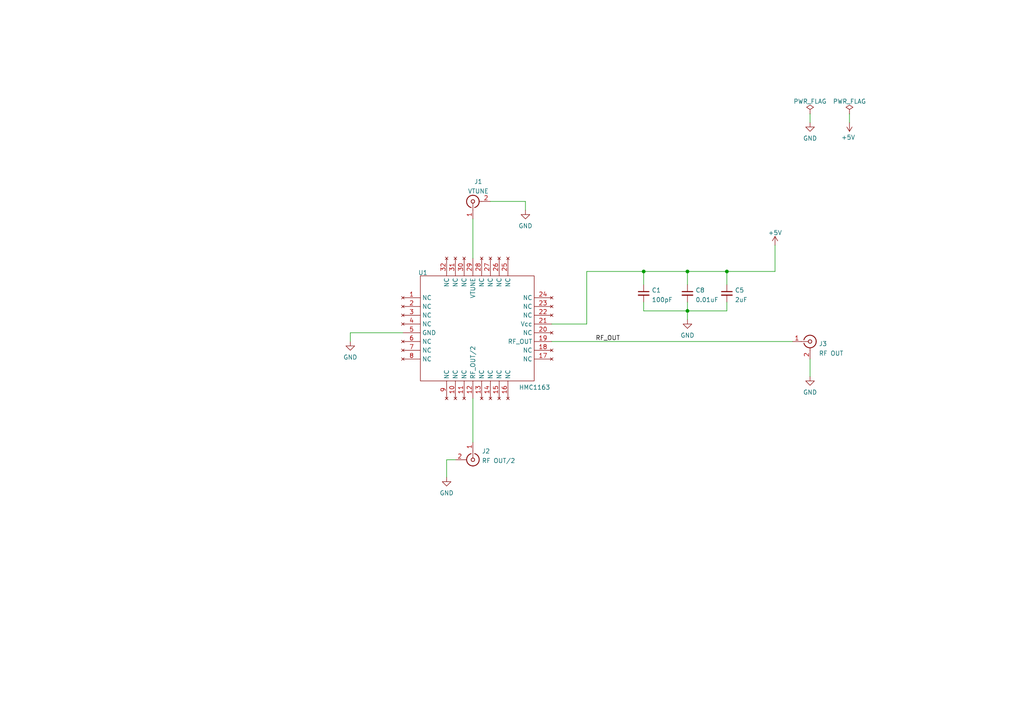
<source format=kicad_sch>
(kicad_sch (version 20210621) (generator eeschema)
  (paper "A4")
  (lib_symbols
    (symbol "Connector:Conn_Coaxial" (pin_names (offset 1.016) hide)
      (property "Reference" "J" (at 0.254 3.048 0))
      (property "Value" "Conn_Coaxial" (at 2.921 0 90))
      (symbol "Conn_Coaxial_0_1"
        (arc (start -1.778 -0.508) (mid 0.2311 -1.8066) (end 1.778 0) (stroke (width 0.254)))
        (polyline (pts (xy -2.54 0) (xy -0.508 0)))
        (polyline (pts (xy 0 -2.54) (xy 0 -1.778)))
        (circle (center 0 0) (radius 0.508) (stroke (width 0.2032)))
        (arc (start 1.778 0) (mid 0.2099 1.8101) (end -1.778 0.508) (stroke (width 0.254)))
      )
      (symbol "Conn_Coaxial_1_1"
        (pin passive line (at -5.08 0 0) (length 2.54) (name "In") (number "1"))
        (pin passive line (at 0 -5.08 90) (length 2.54) (name "Ext") (number "2"))
      )
    )
    (symbol "Device:C_Small" (pin_numbers hide) (pin_names (offset 0.254) hide)
      (property "Reference" "C" (at 0.254 1.778 0))
      (property "Value" "C_Small" (at 0.254 -2.032 0))
      (symbol "C_Small_0_1"
        (polyline (pts (xy -1.524 -0.508) (xy 1.524 -0.508)) (stroke (width 0.3302)))
        (polyline (pts (xy -1.524 0.508) (xy 1.524 0.508)) (stroke (width 0.3048)))
      )
      (symbol "C_Small_1_1"
        (pin passive line (at 0 2.54 270) (length 2.032) (name "~") (number "1"))
        (pin passive line (at 0 -2.54 90) (length 2.032) (name "~") (number "2"))
      )
    )
    (symbol "power:+5V" (power) (pin_names (offset 0))
      (property "Value" "+5V" (at 0 3.556 0))
      (symbol "+5V_0_1"
        (polyline (pts (xy -0.762 1.27) (xy 0 2.54)))
        (polyline (pts (xy 0 0) (xy 0 2.54)))
        (polyline (pts (xy 0 2.54) (xy 0.762 1.27)))
      )
      (symbol "+5V_1_1"
        (pin power_in line (at 0 0 90) (length 0) hide (name "+5V") (number "1"))
      )
    )
    (symbol "power:GND" (power) (pin_names (offset 0))
      (property "Value" "GND" (at 0 -3.81 0))
      (symbol "GND_0_1"
        (polyline (pts (xy 0 0) (xy 0 -1.27) (xy 1.27 -1.27) (xy 0 -2.54) (xy -1.27 -1.27) (xy 0 -1.27)))
      )
      (symbol "GND_1_1"
        (pin power_in line (at 0 0 270) (length 0) hide (name "GND") (number "1"))
      )
    )
    (symbol "power:PWR_FLAG" (power) (pin_numbers hide) (pin_names (offset 0) hide)
      (property "Value" "PWR_FLAG" (at 0 3.81 0))
      (symbol "PWR_FLAG_0_0"
        (pin power_out line (at 0 0 90) (length 0) (name "pwr") (number "1"))
      )
      (symbol "PWR_FLAG_0_1"
        (polyline (pts (xy 0 0) (xy 0 1.27) (xy -1.016 1.905) (xy 0 2.54) (xy 1.016 1.905) (xy 0 1.27)))
      )
    )
    (symbol "vco_module:HMC1163"
      (property "Reference" "U" (at -16.51 16.51 0))
      (property "Value" "HMC1163" (at 19.05 -17.78 0))
      (symbol "HMC1163_0_1"
        (rectangle (start -16.51 15.24) (end 16.51 -15.24) (stroke (width 0.1524)))
      )
      (symbol "HMC1163_1_1"
        (pin no_connect line (at -21.59 8.89 0) (length 5.08) (name "NC") (number "1"))
        (pin no_connect line (at -6.35 -20.32 90) (length 5.08) (name "NC") (number "10"))
        (pin no_connect line (at -3.81 -20.32 90) (length 5.08) (name "NC") (number "11"))
        (pin output line (at -1.27 -20.32 90) (length 5.08) (name "RF_OUT/2") (number "12"))
        (pin no_connect line (at 1.27 -20.32 90) (length 5.08) (name "NC") (number "13"))
        (pin no_connect line (at 3.81 -20.32 90) (length 5.08) (name "NC") (number "14"))
        (pin no_connect line (at 6.35 -20.32 90) (length 5.08) (name "NC") (number "15"))
        (pin no_connect line (at 8.89 -20.32 90) (length 5.08) (name "NC") (number "16"))
        (pin no_connect line (at 21.59 -8.89 180) (length 5.08) (name "NC") (number "17"))
        (pin no_connect line (at 21.59 -6.35 180) (length 5.08) (name "NC") (number "18"))
        (pin output line (at 21.59 -3.81 180) (length 5.08) (name "RF_OUT") (number "19"))
        (pin no_connect line (at -21.59 6.35 0) (length 5.08) (name "NC") (number "2"))
        (pin no_connect line (at 21.59 -1.27 180) (length 5.08) (name "NC") (number "20"))
        (pin input line (at 21.59 1.27 180) (length 5.08) (name "Vcc") (number "21"))
        (pin no_connect line (at 21.59 3.81 180) (length 5.08) (name "NC") (number "22"))
        (pin no_connect line (at 21.59 6.35 180) (length 5.08) (name "NC") (number "23"))
        (pin no_connect line (at 21.59 8.89 180) (length 5.08) (name "NC") (number "24"))
        (pin no_connect line (at 8.89 20.32 270) (length 5.08) (name "NC") (number "25"))
        (pin no_connect line (at 6.35 20.32 270) (length 5.08) (name "NC") (number "26"))
        (pin no_connect line (at 3.81 20.32 270) (length 5.08) (name "NC") (number "27"))
        (pin no_connect line (at 1.27 20.32 270) (length 5.08) (name "NC") (number "28"))
        (pin input line (at -1.27 20.32 270) (length 5.08) (name "VTUNE") (number "29"))
        (pin no_connect line (at -21.59 3.81 0) (length 5.08) (name "NC") (number "3"))
        (pin no_connect line (at -3.81 20.32 270) (length 5.08) (name "NC") (number "30"))
        (pin no_connect line (at -6.35 20.32 270) (length 5.08) (name "NC") (number "31"))
        (pin no_connect line (at -8.89 20.32 270) (length 5.08) (name "NC") (number "32"))
        (pin no_connect line (at -21.59 1.27 0) (length 5.08) (name "NC") (number "4"))
        (pin input line (at -21.59 -1.27 0) (length 5.08) (name "GND") (number "5"))
        (pin no_connect line (at -21.59 -3.81 0) (length 5.08) (name "NC") (number "6"))
        (pin no_connect line (at -21.59 -6.35 0) (length 5.08) (name "NC") (number "7"))
        (pin no_connect line (at -21.59 -8.89 0) (length 5.08) (name "NC") (number "8"))
        (pin no_connect line (at -8.89 -20.32 90) (length 5.08) (name "NC") (number "9"))
      )
    )
  )
  (junction (at 210.82 78.74))
  (junction (at 199.39 78.74))
  (junction (at 199.39 90.17))
  (junction (at 186.69 78.74))
  (wire (pts (xy 199.39 90.17) (xy 210.82 90.17)))
  (wire (pts (xy 210.82 87.63) (xy 210.82 90.17)))
  (wire (pts (xy 246.38 33.02) (xy 246.38 35.56)))
  (wire (pts (xy 116.84 96.52) (xy 101.6 96.52)))
  (wire (pts (xy 101.6 96.52) (xy 101.6 99.06)))
  (wire (pts (xy 137.16 115.57) (xy 137.16 128.27)))
  (wire (pts (xy 234.95 104.14) (xy 234.95 109.22)))
  (wire (pts (xy 186.69 87.63) (xy 186.69 90.17)))
  (wire (pts (xy 186.69 90.17) (xy 199.39 90.17)))
  (wire (pts (xy 199.39 78.74) (xy 199.39 82.55)))
  (wire (pts (xy 199.39 90.17) (xy 199.39 92.71)))
  (wire (pts (xy 199.39 87.63) (xy 199.39 90.17)))
  (wire (pts (xy 160.02 99.06) (xy 229.87 99.06)))
  (wire (pts (xy 137.16 63.5) (xy 137.16 74.93)))
  (wire (pts (xy 132.08 133.35) (xy 129.54 133.35)))
  (wire (pts (xy 129.54 133.35) (xy 129.54 138.43)))
  (wire (pts (xy 234.95 33.02) (xy 234.95 35.56)))
  (wire (pts (xy 170.18 78.74) (xy 186.69 78.74)))
  (wire (pts (xy 186.69 78.74) (xy 199.39 78.74)))
  (wire (pts (xy 160.02 93.98) (xy 170.18 93.98)))
  (wire (pts (xy 170.18 93.98) (xy 170.18 78.74)))
  (wire (pts (xy 199.39 78.74) (xy 210.82 78.74)))
  (wire (pts (xy 210.82 78.74) (xy 210.82 82.55)))
  (wire (pts (xy 224.79 71.12) (xy 224.79 78.74)))
  (wire (pts (xy 224.79 78.74) (xy 210.82 78.74)))
  (wire (pts (xy 186.69 78.74) (xy 186.69 82.55)))
  (wire (pts (xy 142.24 58.42) (xy 152.4 58.42)))
  (wire (pts (xy 152.4 58.42) (xy 152.4 60.96)))
  (label "RF_OUT" (at 172.72 99.06 0))
  (symbol (lib_id "Device:C_Small") (at 210.82 85.09 0) (unit 1)
    (property "Reference" "C5" (at 213.1441 84.1815 0) (effects (justify left)))
    (property "Value" "2uF" (at 213.1441 86.9566 0) (effects (justify left)))
    (property "Footprint" "Capacitors_Tantalum_SMD:CP_Tantalum_Case-A_EIA-3216-18_Hand" (effects hide))
  )
  (symbol (lib_id "power:GND") (at 129.54 138.43 0) (unit 1)
    (property "Reference" "#PWR0101" (effects hide))
    (property "Value" "GND" (at 129.54 142.9924 0))
  )
  (symbol (lib_id "power:GND") (at 234.95 35.56 0) (unit 1)
    (property "Reference" "#PWR0106" (effects hide))
    (property "Value" "GND" (at 234.95 40.1224 0))
  )
  (symbol (lib_id "Connector:Conn_Coaxial") (at 137.16 58.42 90) (unit 1)
    (property "Reference" "J1" (at 138.7221 52.6754 90))
    (property "Value" "VTUNE" (at 138.7221 55.4505 90))
    (property "Footprint" "Connectors:SMA_SMD_Jack_Straight" (effects hide))
    (property "Datasheet" " ~" (effects hide))
  )
  (symbol (lib_id "Connector:Conn_Coaxial") (at 137.16 133.35 270) (unit 1)
    (property "Reference" "J2" (at 139.7507 130.8539 90) (effects (justify left)))
    (property "Value" "RF OUT/2" (at 139.7507 133.629 90) (effects (justify left)))
    (property "Footprint" "Connectors:SMA_SMD_Jack_Straight" (effects hide))
    (property "Datasheet" " ~" (effects hide))
  )
  (symbol (lib_id "power:GND") (at 199.39 92.71 0) (unit 1)
    (property "Reference" "#PWR0104" (effects hide))
    (property "Value" "GND" (at 199.39 97.2724 0))
  )
  (symbol (lib_id "vco_module:HMC1163") (at 138.43 95.25 0) (unit 1)
    (property "Reference" "U1" (at 121.2851 79.1015 0) (effects (justify left)))
    (property "Value" "HMC1163" (at 150.4951 112.3566 0) (effects (justify left)))
    (property "Footprint" "Libraries:HMC1162LP5E" (effects hide))
  )
  (symbol (lib_id "Device:C_Small") (at 186.69 85.09 0) (unit 1)
    (property "Reference" "C1" (at 189.0141 84.1815 0) (effects (justify left)))
    (property "Value" "100pF" (at 189.0141 86.9566 0) (effects (justify left)))
    (property "Footprint" "Capacitors_SMD:C_0402" (effects hide))
  )
  (symbol (lib_id "power:PWR_FLAG") (at 234.95 33.02 0) (unit 1)
    (property "Reference" "#FLG0101" (effects hide))
    (property "Value" "PWR_FLAG" (at 234.95 29.4155 0))
  )
  (symbol (lib_id "Connector:Conn_Coaxial") (at 234.95 99.06 0) (unit 1)
    (property "Reference" "J3" (at 237.4899 99.7136 0) (effects (justify left)))
    (property "Value" "RF OUT" (at 237.4899 102.4887 0) (effects (justify left)))
    (property "Footprint" "Connectors:SMA_SMD_Jack_Straight" (effects hide))
    (property "Datasheet" " ~" (effects hide))
  )
  (symbol (lib_id "power:PWR_FLAG") (at 246.38 33.02 0) (unit 1)
    (property "Reference" "#FLG0102" (effects hide))
    (property "Value" "PWR_FLAG" (at 246.38 29.4155 0))
  )
  (symbol (lib_id "power:+5V") (at 246.38 35.56 180) (unit 1)
    (property "Reference" "#PWR0108" (effects hide))
    (property "Value" "+5V" (at 243.967 39.8489 0) (effects (justify right)))
  )
  (symbol (lib_id "power:GND") (at 234.95 109.22 0) (unit 1)
    (property "Reference" "#PWR0102" (effects hide))
    (property "Value" "GND" (at 234.95 113.7824 0))
  )
  (symbol (lib_id "power:GND") (at 152.4 60.96 0) (unit 1)
    (property "Reference" "#PWR0105" (effects hide))
    (property "Value" "GND" (at 152.4 65.5224 0))
  )
  (symbol (lib_id "power:+5V") (at 224.79 71.12 0) (unit 1)
    (property "Reference" "#PWR0107" (effects hide))
    (property "Value" "+5V" (at 224.79 67.5155 0))
  )
  (symbol (lib_id "Device:C_Small") (at 199.39 85.09 0) (unit 1)
    (property "Reference" "C8" (at 201.7141 84.1815 0) (effects (justify left)))
    (property "Value" "0.01uF" (at 201.7141 86.9566 0) (effects (justify left)))
    (property "Footprint" "Capacitors_SMD:C_0603" (effects hide))
  )
  (symbol (lib_id "power:GND") (at 101.6 99.06 0) (unit 1)
    (property "Reference" "#PWR0103" (effects hide))
    (property "Value" "GND" (at 101.6 103.6224 0))
  )
)
</source>
